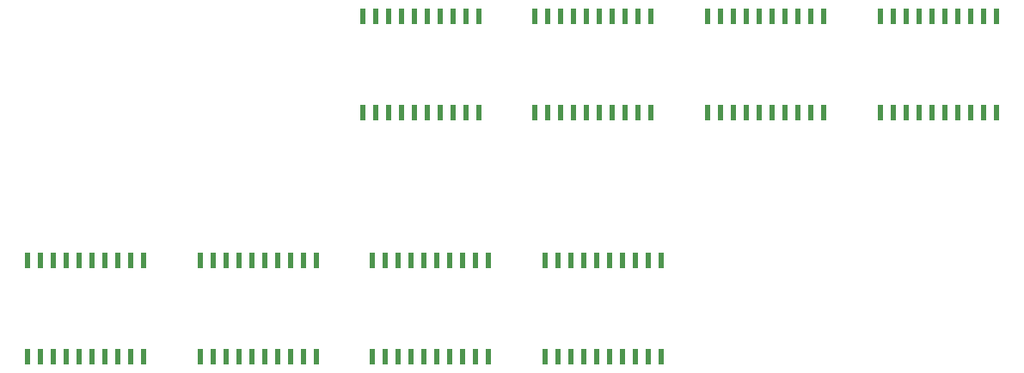
<source format=gtp>
%TF.GenerationSoftware,KiCad,Pcbnew,6.0.1-79c1e3a40b~116~ubuntu21.10.1*%
%TF.CreationDate,2022-02-14T17:50:44+01:00*%
%TF.ProjectId,Activation_Module,41637469-7661-4746-996f-6e5f4d6f6475,v0.3*%
%TF.SameCoordinates,Original*%
%TF.FileFunction,Paste,Top*%
%TF.FilePolarity,Positive*%
%FSLAX46Y46*%
G04 Gerber Fmt 4.6, Leading zero omitted, Abs format (unit mm)*
G04 Created by KiCad (PCBNEW 6.0.1-79c1e3a40b~116~ubuntu21.10.1) date 2022-02-14 17:50:44*
%MOMM*%
%LPD*%
G01*
G04 APERTURE LIST*
%ADD10R,0.600000X1.500000*%
G04 APERTURE END LIST*
D10*
%TO.C,U10*%
X91285954Y-85695000D03*
X92555954Y-85695000D03*
X93825954Y-85695000D03*
X95095954Y-85695000D03*
X96365954Y-85695000D03*
X97635954Y-85695000D03*
X98905954Y-85695000D03*
X100175954Y-85695000D03*
X101445954Y-85695000D03*
X102715954Y-85695000D03*
X102715954Y-76195000D03*
X101445954Y-76195000D03*
X100175954Y-76195000D03*
X98905954Y-76195000D03*
X97635954Y-76195000D03*
X96365954Y-76195000D03*
X95095954Y-76195000D03*
X93825954Y-76195000D03*
X92555954Y-76195000D03*
X91285954Y-76195000D03*
%TD*%
%TO.C,U8*%
X41285954Y-109695000D03*
X42555954Y-109695000D03*
X43825954Y-109695000D03*
X45095954Y-109695000D03*
X46365954Y-109695000D03*
X47635954Y-109695000D03*
X48905954Y-109695000D03*
X50175954Y-109695000D03*
X51445954Y-109695000D03*
X52715954Y-109695000D03*
X52715954Y-100195000D03*
X51445954Y-100195000D03*
X50175954Y-100195000D03*
X48905954Y-100195000D03*
X47635954Y-100195000D03*
X46365954Y-100195000D03*
X45095954Y-100195000D03*
X43825954Y-100195000D03*
X42555954Y-100195000D03*
X41285954Y-100195000D03*
%TD*%
%TO.C,U3*%
X108285954Y-85695000D03*
X109555954Y-85695000D03*
X110825954Y-85695000D03*
X112095954Y-85695000D03*
X113365954Y-85695000D03*
X114635954Y-85695000D03*
X115905954Y-85695000D03*
X117175954Y-85695000D03*
X118445954Y-85695000D03*
X119715954Y-85695000D03*
X119715954Y-76195000D03*
X118445954Y-76195000D03*
X117175954Y-76195000D03*
X115905954Y-76195000D03*
X114635954Y-76195000D03*
X113365954Y-76195000D03*
X112095954Y-76195000D03*
X110825954Y-76195000D03*
X109555954Y-76195000D03*
X108285954Y-76195000D03*
%TD*%
%TO.C,U11*%
X125285954Y-85695000D03*
X126555954Y-85695000D03*
X127825954Y-85695000D03*
X129095954Y-85695000D03*
X130365954Y-85695000D03*
X131635954Y-85695000D03*
X132905954Y-85695000D03*
X134175954Y-85695000D03*
X135445954Y-85695000D03*
X136715954Y-85695000D03*
X136715954Y-76195000D03*
X135445954Y-76195000D03*
X134175954Y-76195000D03*
X132905954Y-76195000D03*
X131635954Y-76195000D03*
X130365954Y-76195000D03*
X129095954Y-76195000D03*
X127825954Y-76195000D03*
X126555954Y-76195000D03*
X125285954Y-76195000D03*
%TD*%
%TO.C,U14*%
X58285954Y-109695000D03*
X59555954Y-109695000D03*
X60825954Y-109695000D03*
X62095954Y-109695000D03*
X63365954Y-109695000D03*
X64635954Y-109695000D03*
X65905954Y-109695000D03*
X67175954Y-109695000D03*
X68445954Y-109695000D03*
X69715954Y-109695000D03*
X69715954Y-100195000D03*
X68445954Y-100195000D03*
X67175954Y-100195000D03*
X65905954Y-100195000D03*
X64635954Y-100195000D03*
X63365954Y-100195000D03*
X62095954Y-100195000D03*
X60825954Y-100195000D03*
X59555954Y-100195000D03*
X58285954Y-100195000D03*
%TD*%
%TO.C,U17*%
X92285954Y-109695000D03*
X93555954Y-109695000D03*
X94825954Y-109695000D03*
X96095954Y-109695000D03*
X97365954Y-109695000D03*
X98635954Y-109695000D03*
X99905954Y-109695000D03*
X101175954Y-109695000D03*
X102445954Y-109695000D03*
X103715954Y-109695000D03*
X103715954Y-100195000D03*
X102445954Y-100195000D03*
X101175954Y-100195000D03*
X99905954Y-100195000D03*
X98635954Y-100195000D03*
X97365954Y-100195000D03*
X96095954Y-100195000D03*
X94825954Y-100195000D03*
X93555954Y-100195000D03*
X92285954Y-100195000D03*
%TD*%
%TO.C,U1*%
X74285954Y-85695000D03*
X75555954Y-85695000D03*
X76825954Y-85695000D03*
X78095954Y-85695000D03*
X79365954Y-85695000D03*
X80635954Y-85695000D03*
X81905954Y-85695000D03*
X83175954Y-85695000D03*
X84445954Y-85695000D03*
X85715954Y-85695000D03*
X85715954Y-76195000D03*
X84445954Y-76195000D03*
X83175954Y-76195000D03*
X81905954Y-76195000D03*
X80635954Y-76195000D03*
X79365954Y-76195000D03*
X78095954Y-76195000D03*
X76825954Y-76195000D03*
X75555954Y-76195000D03*
X74285954Y-76195000D03*
%TD*%
%TO.C,U9*%
X75285954Y-109695000D03*
X76555954Y-109695000D03*
X77825954Y-109695000D03*
X79095954Y-109695000D03*
X80365954Y-109695000D03*
X81635954Y-109695000D03*
X82905954Y-109695000D03*
X84175954Y-109695000D03*
X85445954Y-109695000D03*
X86715954Y-109695000D03*
X86715954Y-100195000D03*
X85445954Y-100195000D03*
X84175954Y-100195000D03*
X82905954Y-100195000D03*
X81635954Y-100195000D03*
X80365954Y-100195000D03*
X79095954Y-100195000D03*
X77825954Y-100195000D03*
X76555954Y-100195000D03*
X75285954Y-100195000D03*
%TD*%
M02*

</source>
